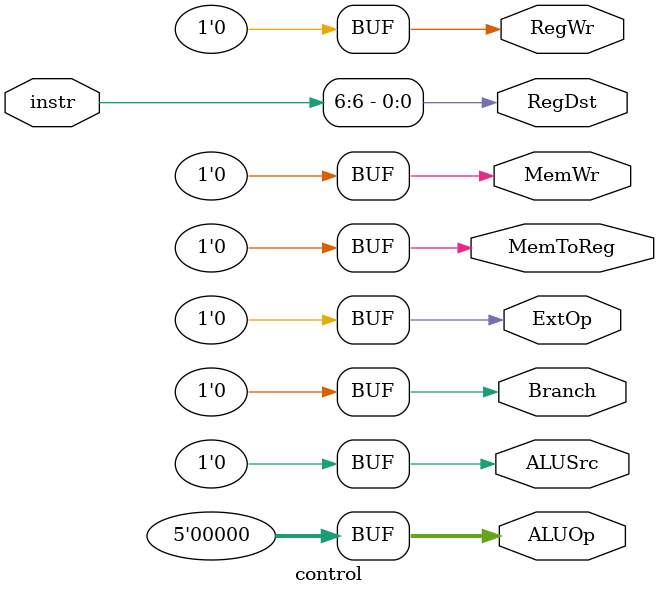
<source format=v>


// Verification Directory fv/control 

module control(instr, RegWr, RegDst, ExtOp, ALUSrc, ALUOp, Branch,
     MemWr, MemToReg);
  input [31:0] instr;
  output RegWr, RegDst, ExtOp, ALUSrc, Branch, MemWr, MemToReg;
  output [4:0] ALUOp;
  wire [31:0] instr;
  wire RegWr, RegDst, ExtOp, ALUSrc, Branch, MemWr, MemToReg;
  wire [4:0] ALUOp;
  assign MemToReg = 1'b0;
  assign MemWr = 1'b0;
  assign Branch = 1'b0;
  assign ALUOp[0] = 1'b0;
  assign ALUOp[1] = 1'b0;
  assign ALUOp[2] = 1'b0;
  assign ALUOp[3] = 1'b0;
  assign ALUOp[4] = 1'b0;
  assign ALUSrc = 1'b0;
  assign ExtOp = 1'b0;
  assign RegDst = instr[6];
  assign RegWr = 1'b0;
endmodule


</source>
